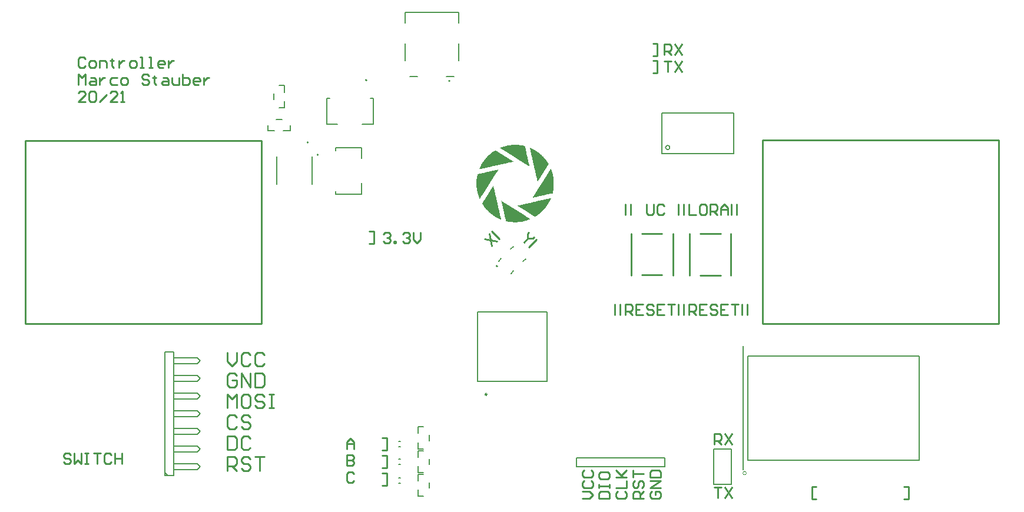
<source format=gto>
G04*
G04 #@! TF.GenerationSoftware,Altium Limited,Altium NEXUS,2.1.9 (83)*
G04*
G04 Layer_Color=65535*
%FSLAX44Y44*%
%MOMM*%
G71*
G01*
G75*
%ADD10C,0.2500*%
%ADD11C,0.2000*%
%ADD12C,0.0000*%
%ADD13C,0.1524*%
%ADD14C,0.1600*%
%ADD15C,0.1270*%
%ADD16C,0.2540*%
G36*
X760692Y515051D02*
X762949D01*
Y514729D01*
X764883D01*
Y514407D01*
X766173D01*
Y514084D01*
X767785D01*
Y513762D01*
X768430D01*
Y513439D01*
Y513117D01*
X768752D01*
Y512794D01*
Y512472D01*
Y512150D01*
Y511827D01*
Y511505D01*
X769075D01*
Y511182D01*
Y510860D01*
Y510537D01*
Y510215D01*
X769397D01*
Y509893D01*
Y509570D01*
Y509248D01*
Y508925D01*
Y508603D01*
X769720D01*
Y508280D01*
Y507958D01*
Y507636D01*
Y507313D01*
X770042D01*
Y506991D01*
Y506668D01*
Y506346D01*
Y506023D01*
X770364D01*
Y505701D01*
Y505378D01*
Y505056D01*
Y504734D01*
Y504411D01*
X770687D01*
Y504089D01*
Y503766D01*
Y503444D01*
Y503121D01*
X771009D01*
Y502799D01*
Y502477D01*
Y502154D01*
Y501832D01*
Y501509D01*
X771332D01*
Y501187D01*
Y500864D01*
Y500542D01*
Y500220D01*
X771654D01*
Y499897D01*
Y499575D01*
Y499252D01*
Y498930D01*
X771977D01*
Y498607D01*
Y498285D01*
Y497963D01*
Y497640D01*
X772299D01*
Y497318D01*
Y496995D01*
Y496673D01*
Y496351D01*
Y496028D01*
X772622D01*
Y495706D01*
Y495383D01*
Y495061D01*
Y494738D01*
X772944D01*
Y494416D01*
Y494094D01*
Y493771D01*
Y493449D01*
X773266D01*
Y493126D01*
Y492804D01*
Y492481D01*
Y492159D01*
Y491837D01*
X773589D01*
Y491514D01*
Y491192D01*
Y490869D01*
Y490547D01*
X773911D01*
Y490224D01*
Y489902D01*
Y489580D01*
Y489257D01*
Y488935D01*
X774234D01*
Y488612D01*
Y488290D01*
Y487967D01*
Y487645D01*
X774556D01*
Y487323D01*
Y487000D01*
Y486678D01*
Y486355D01*
X774878D01*
Y486033D01*
Y485710D01*
Y485388D01*
Y485065D01*
X775201D01*
Y484743D01*
Y484421D01*
X774556D01*
Y484743D01*
X774234D01*
Y485065D01*
X773589D01*
Y485388D01*
X772944D01*
Y485710D01*
X772622D01*
Y486033D01*
X771977D01*
Y486355D01*
X771654D01*
Y486678D01*
X771009D01*
Y487000D01*
X770687D01*
Y487323D01*
X770042D01*
Y487645D01*
X769397D01*
Y487967D01*
X769075D01*
Y488290D01*
X768430D01*
Y488612D01*
X768108D01*
Y488935D01*
X767463D01*
Y489257D01*
X766818D01*
Y489580D01*
X766495D01*
Y489902D01*
X765850D01*
Y490224D01*
X765528D01*
Y490547D01*
X764883D01*
Y490869D01*
X764561D01*
Y491192D01*
X763916D01*
Y491514D01*
X763271D01*
Y491837D01*
X762949D01*
Y492159D01*
X762304D01*
Y492481D01*
X761981D01*
Y492804D01*
X761336D01*
Y493126D01*
X760692D01*
Y493449D01*
X760369D01*
Y493771D01*
X759724D01*
Y494094D01*
X759079D01*
Y494416D01*
X758757D01*
Y494738D01*
X758112D01*
Y495061D01*
X757790D01*
Y495383D01*
X757145D01*
Y495706D01*
X756822D01*
Y496028D01*
X756178D01*
Y496351D01*
X755533D01*
Y496673D01*
X755210D01*
Y496995D01*
X754565D01*
Y497318D01*
X754243D01*
Y497640D01*
X753598D01*
Y497963D01*
X752953D01*
Y498285D01*
X752631D01*
Y498607D01*
X751986D01*
Y498930D01*
X751664D01*
Y499252D01*
X751019D01*
Y499575D01*
X750696D01*
Y499897D01*
X750051D01*
Y500220D01*
X749407D01*
Y500542D01*
X749084D01*
Y500864D01*
X748439D01*
Y501187D01*
X748117D01*
Y501509D01*
X747472D01*
Y501832D01*
X746827D01*
Y502154D01*
X746505D01*
Y502477D01*
X745860D01*
Y502799D01*
X745537D01*
Y503121D01*
X744893D01*
Y503444D01*
X744248D01*
Y503766D01*
X743925D01*
Y504089D01*
X743280D01*
Y504411D01*
X742635D01*
Y504734D01*
X742313D01*
Y505056D01*
X741668D01*
Y505378D01*
X741346D01*
Y505701D01*
X740701D01*
Y506023D01*
X740378D01*
Y506346D01*
X739734D01*
Y506668D01*
X739089D01*
Y506991D01*
X738766D01*
Y507313D01*
X738121D01*
Y507636D01*
X737799D01*
Y507958D01*
X737154D01*
Y508280D01*
X736832D01*
Y508603D01*
X736187D01*
Y508925D01*
X735542D01*
Y509248D01*
X735220D01*
Y509570D01*
X734575D01*
Y509893D01*
X734252D01*
Y510215D01*
X733607D01*
Y510537D01*
X732963D01*
Y510860D01*
X732640D01*
Y511182D01*
X733285D01*
Y511505D01*
X734252D01*
Y511827D01*
X734897D01*
Y512150D01*
X735864D01*
Y512472D01*
X736832D01*
Y512794D01*
X737799D01*
Y513117D01*
X738766D01*
Y513439D01*
X740056D01*
Y513762D01*
X741346D01*
Y514084D01*
X742635D01*
Y514407D01*
X744248D01*
Y514729D01*
X746182D01*
Y515051D01*
X748439D01*
Y515374D01*
X760692D01*
Y515051D01*
D02*
G37*
G36*
X726191Y507313D02*
X726836D01*
Y506991D01*
X727159D01*
Y506668D01*
X727804D01*
Y506346D01*
X728449D01*
Y506023D01*
X728771D01*
Y505701D01*
X729416D01*
Y505378D01*
X730061D01*
Y505056D01*
X730383D01*
Y504734D01*
X731028D01*
Y504411D01*
X731350D01*
Y504089D01*
X731995D01*
Y503766D01*
X732640D01*
Y503444D01*
X732963D01*
Y503121D01*
X733607D01*
Y502799D01*
X733930D01*
Y502477D01*
X734575D01*
Y502154D01*
X734897D01*
Y501832D01*
X735542D01*
Y501509D01*
X736187D01*
Y501187D01*
X736509D01*
Y500864D01*
X737154D01*
Y500542D01*
X737477D01*
Y500220D01*
X738121D01*
Y499897D01*
X738766D01*
Y499575D01*
X739089D01*
Y499252D01*
X739734D01*
Y498930D01*
X740378D01*
Y498607D01*
X740701D01*
Y498285D01*
X741346D01*
Y497963D01*
X741668D01*
Y497640D01*
X742313D01*
Y497318D01*
X742958D01*
Y496995D01*
X743280D01*
Y496673D01*
X743925D01*
Y496351D01*
X744248D01*
Y496028D01*
X744893D01*
Y495706D01*
X745537D01*
Y495383D01*
X745860D01*
Y495061D01*
X746505D01*
Y494738D01*
X746827D01*
Y494416D01*
X747472D01*
Y494094D01*
X747794D01*
Y493771D01*
X748439D01*
Y493449D01*
X749084D01*
Y493126D01*
X749407D01*
Y492804D01*
X750051D01*
Y492481D01*
X750374D01*
Y492159D01*
X751019D01*
Y491837D01*
X751664D01*
Y491514D01*
X751986D01*
Y491192D01*
X750374D01*
Y490869D01*
X749084D01*
Y490547D01*
X747472D01*
Y490224D01*
X746182D01*
Y489902D01*
X744570D01*
Y489580D01*
X743603D01*
Y489257D01*
X741991D01*
Y488935D01*
X740378D01*
Y488612D01*
X739089D01*
Y488290D01*
X737477D01*
Y487967D01*
X736187D01*
Y487645D01*
X734575D01*
Y487323D01*
X733285D01*
Y487000D01*
X731673D01*
Y486678D01*
X730383D01*
Y486355D01*
X729093D01*
Y486033D01*
X727481D01*
Y485710D01*
X726191D01*
Y485388D01*
X724579D01*
Y485065D01*
X723290D01*
Y484743D01*
X721677D01*
Y484421D01*
X720388D01*
Y484098D01*
X718776D01*
Y483776D01*
X717486D01*
Y483453D01*
X715874D01*
Y483131D01*
X714584D01*
Y482808D01*
X713294D01*
Y482486D01*
X711682D01*
Y482164D01*
X710393D01*
Y481841D01*
X708780D01*
Y481519D01*
X707491D01*
Y481196D01*
X705878D01*
Y480874D01*
X704589D01*
Y480551D01*
X703299D01*
Y480229D01*
X702654D01*
Y480551D01*
X702977D01*
Y480874D01*
Y481196D01*
X703299D01*
Y481519D01*
Y481841D01*
Y482164D01*
X703622D01*
Y482486D01*
Y482808D01*
X703944D01*
Y483131D01*
Y483453D01*
X704266D01*
Y483776D01*
Y484098D01*
X704589D01*
Y484421D01*
Y484743D01*
X704911D01*
Y485065D01*
Y485388D01*
X705234D01*
Y485710D01*
Y486033D01*
X705556D01*
Y486355D01*
Y486678D01*
X705878D01*
Y487000D01*
Y487323D01*
X706201D01*
Y487645D01*
Y487967D01*
X706523D01*
Y488290D01*
X706846D01*
Y488612D01*
Y488935D01*
X707168D01*
Y489257D01*
X707491D01*
Y489580D01*
Y489902D01*
X707813D01*
Y490224D01*
Y490547D01*
X708135D01*
Y490869D01*
X708458D01*
Y491192D01*
Y491514D01*
X708780D01*
Y491837D01*
X709103D01*
Y492159D01*
X709425D01*
Y492481D01*
Y492804D01*
X709748D01*
Y493126D01*
X710070D01*
Y493449D01*
X710393D01*
Y493771D01*
Y494094D01*
X710715D01*
Y494416D01*
X711037D01*
Y494738D01*
X711360D01*
Y495061D01*
Y495383D01*
X711682D01*
Y495706D01*
X712005D01*
Y496028D01*
X712327D01*
Y496351D01*
X712650D01*
Y496673D01*
X712972D01*
Y496995D01*
X713294D01*
Y497318D01*
X713617D01*
Y497640D01*
Y497963D01*
X713939D01*
Y498285D01*
X714262D01*
Y498607D01*
X714584D01*
Y498930D01*
X714906D01*
Y499252D01*
X715229D01*
Y499575D01*
X715551D01*
Y499897D01*
X715874D01*
Y500220D01*
X716196D01*
Y500542D01*
X716519D01*
Y500864D01*
X717163D01*
Y501187D01*
X717486D01*
Y501509D01*
X717808D01*
Y501832D01*
X718131D01*
Y502154D01*
X718453D01*
Y502477D01*
X718776D01*
Y502799D01*
X719098D01*
Y503121D01*
X719743D01*
Y503444D01*
X720065D01*
Y503766D01*
X720388D01*
Y504089D01*
X721033D01*
Y504411D01*
X721355D01*
Y504734D01*
X721677D01*
Y505056D01*
X722322D01*
Y505378D01*
X722645D01*
Y505701D01*
X722967D01*
Y506023D01*
X723612D01*
Y506346D01*
X724257D01*
Y506668D01*
X724579D01*
Y506991D01*
X725224D01*
Y507313D01*
X725547D01*
Y507636D01*
X726191D01*
Y507313D01*
D02*
G37*
G36*
X775846Y511182D02*
X776491D01*
Y510860D01*
X777135D01*
Y510537D01*
X777780D01*
Y510215D01*
X778425D01*
Y509893D01*
X779070D01*
Y509570D01*
X779715D01*
Y509248D01*
X780360D01*
Y508925D01*
X781005D01*
Y508603D01*
X781649D01*
Y508280D01*
X782294D01*
Y507958D01*
X782617D01*
Y507636D01*
X783262D01*
Y507313D01*
X783906D01*
Y506991D01*
X784229D01*
Y506668D01*
X784874D01*
Y506346D01*
X785196D01*
Y506023D01*
X785841D01*
Y505701D01*
X786163D01*
Y505378D01*
X786808D01*
Y505056D01*
X787131D01*
Y504734D01*
X787776D01*
Y504411D01*
X788098D01*
Y504089D01*
X788420D01*
Y503766D01*
X789065D01*
Y503444D01*
X789388D01*
Y503121D01*
X789710D01*
Y502799D01*
X790033D01*
Y502477D01*
X790678D01*
Y502154D01*
X791000D01*
Y501832D01*
X791322D01*
Y501509D01*
X791645D01*
Y501187D01*
X791967D01*
Y500864D01*
X792290D01*
Y500542D01*
X792612D01*
Y500220D01*
X792935D01*
Y499897D01*
X793257D01*
Y499575D01*
X793579D01*
Y499252D01*
X793902D01*
Y498930D01*
X794224D01*
Y498607D01*
X794547D01*
Y498285D01*
X794869D01*
Y497963D01*
X795192D01*
Y497640D01*
X795514D01*
Y497318D01*
X795836D01*
Y496995D01*
X796159D01*
Y496673D01*
X796481D01*
Y496351D01*
X796804D01*
Y496028D01*
X797126D01*
Y495706D01*
Y495383D01*
X797449D01*
Y495061D01*
X797771D01*
Y494738D01*
X798093D01*
Y494416D01*
X798416D01*
Y494094D01*
Y493771D01*
X798738D01*
Y493449D01*
X799061D01*
Y493126D01*
X799383D01*
Y492804D01*
Y492481D01*
X799706D01*
Y492159D01*
X800028D01*
Y491837D01*
Y491514D01*
X800350D01*
Y491192D01*
X800673D01*
Y490869D01*
X800995D01*
Y490547D01*
Y490224D01*
X801318D01*
Y489902D01*
Y489580D01*
X801640D01*
Y489257D01*
X801963D01*
Y488935D01*
Y488612D01*
X802285D01*
Y488290D01*
X802607D01*
Y487967D01*
Y487645D01*
X802285D01*
Y487323D01*
X801963D01*
Y487000D01*
Y486678D01*
X801640D01*
Y486355D01*
X801318D01*
Y486033D01*
Y485710D01*
X800995D01*
Y485388D01*
Y485065D01*
X800673D01*
Y484743D01*
X800350D01*
Y484421D01*
Y484098D01*
X800028D01*
Y483776D01*
X799706D01*
Y483453D01*
Y483131D01*
X799383D01*
Y482808D01*
Y482486D01*
X799061D01*
Y482164D01*
X798738D01*
Y481841D01*
Y481519D01*
X798416D01*
Y481196D01*
X798093D01*
Y480874D01*
Y480551D01*
X797771D01*
Y480229D01*
Y479907D01*
X797449D01*
Y479584D01*
X797126D01*
Y479262D01*
Y478939D01*
X796804D01*
Y478617D01*
X796481D01*
Y478294D01*
Y477972D01*
X796159D01*
Y477650D01*
Y477327D01*
X795836D01*
Y477005D01*
X795514D01*
Y476682D01*
Y476360D01*
X795192D01*
Y476037D01*
X794869D01*
Y475715D01*
Y475392D01*
X794547D01*
Y475070D01*
X794224D01*
Y474748D01*
Y474425D01*
X793902D01*
Y474103D01*
Y473780D01*
X793579D01*
Y473458D01*
X793257D01*
Y473136D01*
Y472813D01*
X792935D01*
Y472491D01*
X792612D01*
Y472168D01*
Y471846D01*
X792290D01*
Y471523D01*
Y471201D01*
X791967D01*
Y470878D01*
X791645D01*
Y470556D01*
Y470234D01*
X791322D01*
Y469911D01*
Y469589D01*
X791000D01*
Y469266D01*
X790678D01*
Y468944D01*
Y468621D01*
X790355D01*
Y468299D01*
X790033D01*
Y467977D01*
Y467654D01*
X789710D01*
Y467332D01*
Y467009D01*
X789388D01*
Y466687D01*
X789065D01*
Y466365D01*
Y466042D01*
X788743D01*
Y465720D01*
X788420D01*
Y465397D01*
Y465075D01*
X788098D01*
Y464752D01*
X787776D01*
Y464430D01*
Y464108D01*
X787453D01*
Y463785D01*
Y463463D01*
X787131D01*
Y463140D01*
X786808D01*
Y462818D01*
Y462495D01*
X786486D01*
Y462818D01*
Y463140D01*
Y463463D01*
Y463785D01*
X786163D01*
Y464108D01*
Y464430D01*
Y464752D01*
Y465075D01*
X785841D01*
Y465397D01*
Y465720D01*
Y466042D01*
Y466365D01*
Y466687D01*
X785519D01*
Y467009D01*
Y467332D01*
Y467654D01*
Y467977D01*
X785196D01*
Y468299D01*
Y468621D01*
Y468944D01*
Y469266D01*
Y469589D01*
X784874D01*
Y469911D01*
Y470234D01*
Y470556D01*
Y470878D01*
X784551D01*
Y471201D01*
Y471523D01*
Y471846D01*
Y472168D01*
X784229D01*
Y472491D01*
Y472813D01*
Y473136D01*
Y473458D01*
X783906D01*
Y473780D01*
Y474103D01*
Y474425D01*
Y474748D01*
Y475070D01*
X783584D01*
Y475392D01*
Y475715D01*
Y476037D01*
Y476360D01*
Y476682D01*
X783262D01*
Y477005D01*
Y477327D01*
Y477650D01*
Y477972D01*
X782939D01*
Y478294D01*
Y478617D01*
Y478939D01*
Y479262D01*
X782617D01*
Y479584D01*
Y479907D01*
Y480229D01*
Y480551D01*
X782294D01*
Y480874D01*
Y481196D01*
Y481519D01*
Y481841D01*
Y482164D01*
X781972D01*
Y482486D01*
Y482808D01*
Y483131D01*
Y483453D01*
X781649D01*
Y483776D01*
Y484098D01*
Y484421D01*
Y484743D01*
Y485065D01*
X781327D01*
Y485388D01*
Y485710D01*
Y486033D01*
Y486355D01*
X781005D01*
Y486678D01*
Y487000D01*
Y487323D01*
Y487645D01*
X780682D01*
Y487967D01*
Y488290D01*
Y488612D01*
Y488935D01*
Y489257D01*
X780360D01*
Y489580D01*
Y489902D01*
Y490224D01*
Y490547D01*
X780037D01*
Y490869D01*
Y491192D01*
Y491514D01*
Y491837D01*
Y492159D01*
X779715D01*
Y492481D01*
Y492804D01*
Y493126D01*
Y493449D01*
X779392D01*
Y493771D01*
Y494094D01*
Y494416D01*
Y494738D01*
X779070D01*
Y495061D01*
Y495383D01*
Y495706D01*
Y496028D01*
X778748D01*
Y496351D01*
Y496673D01*
Y496995D01*
Y497318D01*
Y497640D01*
X778425D01*
Y497963D01*
Y498285D01*
Y498607D01*
Y498930D01*
X778103D01*
Y499252D01*
Y499575D01*
Y499897D01*
Y500220D01*
Y500542D01*
X777780D01*
Y500864D01*
Y501187D01*
Y501509D01*
Y501832D01*
X777458D01*
Y502154D01*
Y502477D01*
Y502799D01*
Y503121D01*
X777135D01*
Y503444D01*
Y503766D01*
Y504089D01*
Y504411D01*
Y504734D01*
X776813D01*
Y505056D01*
Y505378D01*
Y505701D01*
Y506023D01*
X776491D01*
Y506346D01*
Y506668D01*
Y506991D01*
Y507313D01*
Y507636D01*
X776168D01*
Y507958D01*
Y508280D01*
Y508603D01*
Y508925D01*
X775846D01*
Y509248D01*
Y509570D01*
Y509893D01*
Y510215D01*
X775523D01*
Y510537D01*
Y510860D01*
Y511182D01*
Y511505D01*
X775846D01*
Y511182D01*
D02*
G37*
G36*
X806154Y480874D02*
Y480551D01*
Y480229D01*
X806477D01*
Y479907D01*
Y479584D01*
Y479262D01*
X806799D01*
Y478939D01*
Y478617D01*
X807122D01*
Y478294D01*
Y477972D01*
Y477650D01*
X807444D01*
Y477327D01*
Y477005D01*
Y476682D01*
Y476360D01*
X807766D01*
Y476037D01*
Y475715D01*
Y475392D01*
X808089D01*
Y475070D01*
Y474748D01*
Y474425D01*
Y474103D01*
X808411D01*
Y473780D01*
Y473458D01*
Y473136D01*
X808734D01*
Y472813D01*
Y472491D01*
Y472168D01*
Y471846D01*
Y471523D01*
X809056D01*
Y471201D01*
Y470878D01*
Y470556D01*
Y470234D01*
X809379D01*
Y469911D01*
Y469589D01*
Y469266D01*
Y468944D01*
Y468621D01*
Y468299D01*
Y467977D01*
X809701D01*
Y467654D01*
Y467332D01*
Y467009D01*
Y466687D01*
Y466365D01*
Y466042D01*
Y465720D01*
X810023D01*
Y465397D01*
Y465075D01*
Y464752D01*
Y464430D01*
Y464108D01*
Y463785D01*
Y463463D01*
Y463140D01*
Y462818D01*
Y462495D01*
Y462173D01*
Y461851D01*
Y461528D01*
Y461206D01*
Y460883D01*
Y460561D01*
Y460238D01*
Y459916D01*
Y459594D01*
Y459271D01*
Y458949D01*
Y458626D01*
Y458304D01*
Y457981D01*
Y457659D01*
Y457337D01*
Y457014D01*
Y456692D01*
Y456369D01*
Y456047D01*
Y455724D01*
Y455402D01*
Y455079D01*
Y454757D01*
Y454435D01*
Y454112D01*
Y453790D01*
X809701D01*
Y453467D01*
Y453145D01*
Y452822D01*
Y452500D01*
Y452178D01*
Y451855D01*
Y451533D01*
X809379D01*
Y451210D01*
Y450888D01*
Y450565D01*
Y450243D01*
Y449921D01*
Y449598D01*
X809056D01*
Y449276D01*
Y448953D01*
Y448631D01*
Y448308D01*
Y447986D01*
X808734D01*
Y447664D01*
Y447341D01*
Y447019D01*
Y446696D01*
X808411D01*
Y446374D01*
Y446051D01*
Y445729D01*
X806799D01*
Y445407D01*
X805187D01*
Y445084D01*
X803897D01*
Y444762D01*
X802285D01*
Y444439D01*
X800995D01*
Y444117D01*
X799706D01*
Y443794D01*
X798416D01*
Y443472D01*
X796804D01*
Y443150D01*
X795514D01*
Y442827D01*
X794224D01*
Y442505D01*
X792612D01*
Y442182D01*
X791322D01*
Y441860D01*
X789710D01*
Y441537D01*
X788420D01*
Y441215D01*
X787131D01*
Y440892D01*
X785841D01*
Y440570D01*
X784229D01*
Y440248D01*
X782939D01*
Y439925D01*
X781327D01*
Y439603D01*
X780037D01*
Y439280D01*
X779392D01*
Y439603D01*
X779715D01*
Y439925D01*
X780037D01*
Y440248D01*
Y440570D01*
X780360D01*
Y440892D01*
X780682D01*
Y441215D01*
Y441537D01*
X781005D01*
Y441860D01*
X781327D01*
Y442182D01*
Y442505D01*
X781649D01*
Y442827D01*
Y443150D01*
X781972D01*
Y443472D01*
X782294D01*
Y443794D01*
Y444117D01*
X782617D01*
Y444439D01*
X782939D01*
Y444762D01*
Y445084D01*
X783262D01*
Y445407D01*
X783584D01*
Y445729D01*
Y446051D01*
X783906D01*
Y446374D01*
Y446696D01*
X784229D01*
Y447019D01*
X784551D01*
Y447341D01*
Y447664D01*
X784874D01*
Y447986D01*
X785196D01*
Y448308D01*
Y448631D01*
X785519D01*
Y448953D01*
Y449276D01*
X785841D01*
Y449598D01*
X786163D01*
Y449921D01*
Y450243D01*
X786486D01*
Y450565D01*
X786808D01*
Y450888D01*
Y451210D01*
X787131D01*
Y451533D01*
Y451855D01*
X787453D01*
Y452178D01*
X787776D01*
Y452500D01*
Y452822D01*
X788098D01*
Y453145D01*
X788420D01*
Y453467D01*
Y453790D01*
X788743D01*
Y454112D01*
Y454435D01*
X789065D01*
Y454757D01*
X789388D01*
Y455079D01*
Y455402D01*
X789710D01*
Y455724D01*
X790033D01*
Y456047D01*
Y456369D01*
X790355D01*
Y456692D01*
Y457014D01*
X790678D01*
Y457337D01*
X791000D01*
Y457659D01*
Y457981D01*
X791322D01*
Y458304D01*
X791645D01*
Y458626D01*
Y458949D01*
X791967D01*
Y459271D01*
Y459594D01*
X792290D01*
Y459916D01*
X792612D01*
Y460238D01*
Y460561D01*
X792935D01*
Y460883D01*
X793257D01*
Y461206D01*
Y461528D01*
X793579D01*
Y461851D01*
X793902D01*
Y462173D01*
Y462495D01*
X794224D01*
Y462818D01*
Y463140D01*
X794547D01*
Y463463D01*
X794869D01*
Y463785D01*
Y464108D01*
X795192D01*
Y464430D01*
X795514D01*
Y464752D01*
Y465075D01*
X795836D01*
Y465397D01*
Y465720D01*
X796159D01*
Y466042D01*
X796481D01*
Y466365D01*
Y466687D01*
X796804D01*
Y467009D01*
X797126D01*
Y467332D01*
Y467654D01*
X797449D01*
Y467977D01*
Y468299D01*
X797771D01*
Y468621D01*
X798093D01*
Y468944D01*
Y469266D01*
X798416D01*
Y469589D01*
X798738D01*
Y469911D01*
Y470234D01*
X799061D01*
Y470556D01*
Y470878D01*
X799383D01*
Y471201D01*
X799706D01*
Y471523D01*
Y471846D01*
X800028D01*
Y472168D01*
X800350D01*
Y472491D01*
Y472813D01*
X800673D01*
Y473136D01*
Y473458D01*
X800995D01*
Y473780D01*
X801318D01*
Y474103D01*
Y474425D01*
X801640D01*
Y474748D01*
X801963D01*
Y475070D01*
Y475392D01*
X802285D01*
Y475715D01*
X802607D01*
Y476037D01*
Y476360D01*
X802930D01*
Y476682D01*
Y477005D01*
X803252D01*
Y477327D01*
X803575D01*
Y477650D01*
Y477972D01*
X803897D01*
Y478294D01*
X804220D01*
Y478617D01*
Y478939D01*
X804542D01*
Y479262D01*
Y479584D01*
X804865D01*
Y479907D01*
X805187D01*
Y480229D01*
Y480551D01*
X805509D01*
Y480874D01*
Y481196D01*
X806154D01*
Y480874D01*
D02*
G37*
G36*
X730383Y479907D02*
Y479584D01*
X730061D01*
Y479262D01*
X729738D01*
Y478939D01*
Y478617D01*
X729416D01*
Y478294D01*
X729093D01*
Y477972D01*
Y477650D01*
X728771D01*
Y477327D01*
Y477005D01*
X728449D01*
Y476682D01*
X728126D01*
Y476360D01*
Y476037D01*
X727804D01*
Y475715D01*
X727481D01*
Y475392D01*
Y475070D01*
X727159D01*
Y474748D01*
X726836D01*
Y474425D01*
Y474103D01*
X726514D01*
Y473780D01*
Y473458D01*
X726191D01*
Y473136D01*
X725869D01*
Y472813D01*
Y472491D01*
X725547D01*
Y472168D01*
X725224D01*
Y471846D01*
Y471523D01*
X724902D01*
Y471201D01*
Y470878D01*
X724579D01*
Y470556D01*
X724257D01*
Y470234D01*
Y469911D01*
X723934D01*
Y469589D01*
X723612D01*
Y469266D01*
Y468944D01*
X723290D01*
Y468621D01*
Y468299D01*
X722967D01*
Y467977D01*
X722645D01*
Y467654D01*
Y467332D01*
X722322D01*
Y467009D01*
X722000D01*
Y466687D01*
Y466365D01*
X721677D01*
Y466042D01*
Y465720D01*
X721355D01*
Y465397D01*
X721033D01*
Y465075D01*
Y464752D01*
X720710D01*
Y464430D01*
X720388D01*
Y464108D01*
Y463785D01*
X720065D01*
Y463463D01*
X719743D01*
Y463140D01*
Y462818D01*
X719420D01*
Y462495D01*
Y462173D01*
X719098D01*
Y461851D01*
X718776D01*
Y461528D01*
Y461206D01*
X718453D01*
Y460883D01*
X718131D01*
Y460561D01*
Y460238D01*
X717808D01*
Y459916D01*
X717486D01*
Y459594D01*
Y459271D01*
X717163D01*
Y458949D01*
Y458626D01*
X716841D01*
Y458304D01*
X716519D01*
Y457981D01*
Y457659D01*
X716196D01*
Y457337D01*
X715874D01*
Y457014D01*
Y456692D01*
X715551D01*
Y456369D01*
X715229D01*
Y456047D01*
Y455724D01*
X714906D01*
Y455402D01*
Y455079D01*
X714584D01*
Y454757D01*
X714262D01*
Y454435D01*
Y454112D01*
X713939D01*
Y453790D01*
X713617D01*
Y453467D01*
Y453145D01*
X713294D01*
Y452822D01*
X712972D01*
Y452500D01*
Y452178D01*
X712650D01*
Y451855D01*
Y451533D01*
X712327D01*
Y451210D01*
X712005D01*
Y450888D01*
Y450565D01*
X711682D01*
Y450243D01*
Y449921D01*
X711360D01*
Y449598D01*
X711037D01*
Y449276D01*
Y448953D01*
X710715D01*
Y448631D01*
X710393D01*
Y448308D01*
Y447986D01*
X710070D01*
Y447664D01*
X709748D01*
Y447341D01*
Y447019D01*
X709425D01*
Y446696D01*
Y446374D01*
X709103D01*
Y446051D01*
X708780D01*
Y445729D01*
Y445407D01*
X708458D01*
Y445084D01*
X708135D01*
Y444762D01*
Y444439D01*
X707813D01*
Y444117D01*
Y443794D01*
X707491D01*
Y443472D01*
X707168D01*
Y443150D01*
Y442827D01*
X706846D01*
Y442505D01*
X706523D01*
Y442182D01*
Y441860D01*
X706201D01*
Y441537D01*
X705878D01*
Y441215D01*
Y440892D01*
X705556D01*
Y440570D01*
Y440248D01*
X705234D01*
Y439925D01*
X704911D01*
Y439603D01*
Y439280D01*
X704589D01*
Y438958D01*
X704266D01*
Y438635D01*
Y438313D01*
X703944D01*
Y437991D01*
X703622D01*
Y437668D01*
X703299D01*
Y437991D01*
Y438313D01*
X702977D01*
Y438635D01*
Y438958D01*
Y439280D01*
X702654D01*
Y439603D01*
Y439925D01*
X702332D01*
Y440248D01*
Y440570D01*
Y440892D01*
X702009D01*
Y441215D01*
Y441537D01*
Y441860D01*
X701687D01*
Y442182D01*
Y442505D01*
Y442827D01*
X701364D01*
Y443150D01*
Y443472D01*
Y443794D01*
X701042D01*
Y444117D01*
Y444439D01*
Y444762D01*
Y445084D01*
X700720D01*
Y445407D01*
Y445729D01*
Y446051D01*
X700397D01*
Y446374D01*
Y446696D01*
Y447019D01*
Y447341D01*
Y447664D01*
X700075D01*
Y447986D01*
Y448308D01*
Y448631D01*
Y448953D01*
X699752D01*
Y449276D01*
Y449598D01*
Y449921D01*
Y450243D01*
Y450565D01*
Y450888D01*
X699430D01*
Y451210D01*
Y451533D01*
Y451855D01*
Y452178D01*
Y452500D01*
Y452822D01*
Y453145D01*
Y453467D01*
X699107D01*
Y453790D01*
Y454112D01*
Y454435D01*
Y454757D01*
Y455079D01*
Y455402D01*
Y455724D01*
Y456047D01*
Y456369D01*
Y456692D01*
X698785D01*
Y457014D01*
Y457337D01*
Y457659D01*
Y457981D01*
Y458304D01*
Y458626D01*
Y458949D01*
Y459271D01*
Y459594D01*
Y459916D01*
Y460238D01*
Y460561D01*
Y460883D01*
Y461206D01*
Y461528D01*
Y461851D01*
Y462173D01*
Y462495D01*
Y462818D01*
Y463140D01*
X699107D01*
Y463463D01*
Y463785D01*
Y464108D01*
Y464430D01*
Y464752D01*
Y465075D01*
Y465397D01*
Y465720D01*
Y466042D01*
Y466365D01*
X699430D01*
Y466687D01*
Y467009D01*
Y467332D01*
Y467654D01*
Y467977D01*
Y468299D01*
Y468621D01*
Y468944D01*
X699752D01*
Y469266D01*
Y469589D01*
Y469911D01*
Y470234D01*
Y470556D01*
Y470878D01*
X700075D01*
Y471201D01*
Y471523D01*
Y471846D01*
Y472168D01*
X700397D01*
Y472491D01*
Y472813D01*
Y473136D01*
Y473458D01*
X702009D01*
Y473780D01*
X703299D01*
Y474103D01*
X704911D01*
Y474425D01*
X706201D01*
Y474748D01*
X707813D01*
Y475070D01*
X709103D01*
Y475392D01*
X710393D01*
Y475715D01*
X712005D01*
Y476037D01*
X713294D01*
Y476360D01*
X714906D01*
Y476682D01*
X715874D01*
Y477005D01*
X717486D01*
Y477327D01*
X718776D01*
Y477650D01*
X720388D01*
Y477972D01*
X721677D01*
Y478294D01*
X722967D01*
Y478617D01*
X724579D01*
Y478939D01*
X725869D01*
Y479262D01*
X727481D01*
Y479584D01*
X728771D01*
Y479907D01*
X730061D01*
Y480229D01*
X730383D01*
Y479907D01*
D02*
G37*
G36*
X806154Y438635D02*
X805832D01*
Y438313D01*
Y437991D01*
X805509D01*
Y437668D01*
Y437346D01*
X805187D01*
Y437023D01*
Y436701D01*
Y436379D01*
X804865D01*
Y436056D01*
Y435734D01*
X804542D01*
Y435411D01*
Y435089D01*
X804220D01*
Y434766D01*
Y434444D01*
X803897D01*
Y434122D01*
Y433799D01*
X803575D01*
Y433477D01*
Y433154D01*
X803252D01*
Y432832D01*
X802930D01*
Y432509D01*
Y432187D01*
X802607D01*
Y431865D01*
Y431542D01*
X802285D01*
Y431220D01*
Y430897D01*
X801963D01*
Y430575D01*
X801640D01*
Y430252D01*
Y429930D01*
X801318D01*
Y429608D01*
X800995D01*
Y429285D01*
Y428963D01*
X800673D01*
Y428640D01*
X800350D01*
Y428318D01*
Y427995D01*
X800028D01*
Y427673D01*
X799706D01*
Y427351D01*
Y427028D01*
X799383D01*
Y426706D01*
X799061D01*
Y426383D01*
X798738D01*
Y426061D01*
Y425738D01*
X798416D01*
Y425416D01*
X798093D01*
Y425093D01*
X797771D01*
Y424771D01*
X797449D01*
Y424449D01*
Y424126D01*
X797126D01*
Y423804D01*
X796804D01*
Y423481D01*
X796481D01*
Y423159D01*
X796159D01*
Y422836D01*
X795836D01*
Y422514D01*
X795514D01*
Y422192D01*
Y421869D01*
X794869D01*
Y421547D01*
Y421224D01*
X794547D01*
Y420902D01*
X794224D01*
Y420579D01*
X793902D01*
Y420257D01*
X793579D01*
Y419935D01*
X793257D01*
Y419612D01*
X792935D01*
Y419290D01*
X792612D01*
Y418967D01*
X791967D01*
Y418645D01*
X791645D01*
Y418322D01*
X791322D01*
Y418000D01*
X791000D01*
Y417678D01*
X790678D01*
Y417355D01*
X790355D01*
Y417033D01*
X790033D01*
Y416710D01*
X789388D01*
Y416388D01*
X789065D01*
Y416065D01*
X788743D01*
Y415743D01*
X788098D01*
Y415421D01*
X787776D01*
Y415098D01*
X787453D01*
Y414776D01*
X786808D01*
Y414453D01*
X786486D01*
Y414131D01*
X786163D01*
Y413808D01*
X785519D01*
Y413486D01*
X785196D01*
Y413163D01*
X784551D01*
Y412841D01*
X783906D01*
Y412519D01*
X783584D01*
Y412196D01*
X782617D01*
Y412519D01*
X781972D01*
Y412841D01*
X781649D01*
Y413163D01*
X781005D01*
Y413486D01*
X780360D01*
Y413808D01*
X780037D01*
Y414131D01*
X779392D01*
Y414453D01*
X779070D01*
Y414776D01*
X778425D01*
Y415098D01*
X777780D01*
Y415421D01*
X777458D01*
Y415743D01*
X776813D01*
Y416065D01*
X776491D01*
Y416388D01*
X775846D01*
Y416710D01*
X775201D01*
Y417033D01*
X774878D01*
Y417355D01*
X774234D01*
Y417678D01*
X773911D01*
Y418000D01*
X773266D01*
Y418322D01*
X772944D01*
Y418645D01*
X772299D01*
Y418967D01*
X771654D01*
Y419290D01*
X771332D01*
Y419612D01*
X770687D01*
Y419935D01*
X770042D01*
Y420257D01*
X769720D01*
Y420579D01*
X769075D01*
Y420902D01*
X768752D01*
Y421224D01*
X768108D01*
Y421547D01*
X767463D01*
Y421869D01*
X767140D01*
Y422192D01*
X766495D01*
Y422514D01*
X766173D01*
Y422836D01*
X765528D01*
Y423159D01*
X764883D01*
Y423481D01*
X764561D01*
Y423804D01*
X763916D01*
Y424126D01*
X763593D01*
Y424449D01*
X762949D01*
Y424771D01*
X762304D01*
Y425093D01*
X761981D01*
Y425416D01*
X761336D01*
Y425738D01*
X761014D01*
Y426061D01*
X760369D01*
Y426383D01*
X760047D01*
Y426706D01*
X759402D01*
Y427028D01*
X758757D01*
Y427351D01*
X758435D01*
Y427673D01*
X757790D01*
Y427995D01*
X758757D01*
Y428318D01*
X760369D01*
Y428640D01*
X761981D01*
Y428963D01*
X763271D01*
Y429285D01*
X764561D01*
Y429608D01*
X765850D01*
Y429930D01*
X767463D01*
Y430252D01*
X768752D01*
Y430575D01*
X770364D01*
Y430897D01*
X771654D01*
Y431220D01*
X772944D01*
Y431542D01*
X774556D01*
Y431865D01*
X775846D01*
Y432187D01*
X777458D01*
Y432509D01*
X778748D01*
Y432832D01*
X780037D01*
Y433154D01*
X781327D01*
Y433477D01*
X782939D01*
Y433799D01*
X784229D01*
Y434122D01*
X785841D01*
Y434444D01*
X787131D01*
Y434766D01*
X788420D01*
Y435089D01*
X790033D01*
Y435411D01*
X791322D01*
Y435734D01*
X792935D01*
Y436056D01*
X794224D01*
Y436379D01*
X795514D01*
Y436701D01*
X796804D01*
Y437023D01*
X798416D01*
Y437346D01*
X800028D01*
Y437668D01*
X801318D01*
Y437991D01*
X802607D01*
Y438313D01*
X803897D01*
Y438635D01*
X805509D01*
Y438958D01*
X806154D01*
Y438635D01*
D02*
G37*
G36*
X723290Y456369D02*
Y456047D01*
Y455724D01*
Y455402D01*
X723612D01*
Y455079D01*
Y454757D01*
Y454435D01*
Y454112D01*
X723934D01*
Y453790D01*
Y453467D01*
Y453145D01*
Y452822D01*
Y452500D01*
X724257D01*
Y452178D01*
Y451855D01*
Y451533D01*
Y451210D01*
X724579D01*
Y450888D01*
Y450565D01*
Y450243D01*
Y449921D01*
Y449598D01*
X724902D01*
Y449276D01*
Y448953D01*
Y448631D01*
Y448308D01*
X725224D01*
Y447986D01*
Y447664D01*
Y447341D01*
Y447019D01*
X725547D01*
Y446696D01*
Y446374D01*
Y446051D01*
Y445729D01*
X725869D01*
Y445407D01*
Y445084D01*
Y444762D01*
Y444439D01*
Y444117D01*
X726191D01*
Y443794D01*
Y443472D01*
Y443150D01*
Y442827D01*
Y442505D01*
X726514D01*
Y442182D01*
Y441860D01*
Y441537D01*
Y441215D01*
X726836D01*
Y440892D01*
Y440570D01*
Y440248D01*
Y439925D01*
X727159D01*
Y439603D01*
Y439280D01*
Y438958D01*
Y438635D01*
X727481D01*
Y438313D01*
Y437991D01*
Y437668D01*
Y437346D01*
Y437023D01*
X727804D01*
Y436701D01*
Y436379D01*
Y436056D01*
Y435734D01*
X728126D01*
Y435411D01*
Y435089D01*
Y434766D01*
Y434444D01*
Y434122D01*
X728449D01*
Y433799D01*
Y433477D01*
Y433154D01*
Y432832D01*
X728771D01*
Y432509D01*
Y432187D01*
Y431865D01*
Y431542D01*
X729093D01*
Y431220D01*
Y430897D01*
Y430575D01*
Y430252D01*
Y429930D01*
X729416D01*
Y429608D01*
Y429285D01*
Y428963D01*
Y428640D01*
X729738D01*
Y428318D01*
Y427995D01*
Y427673D01*
Y427351D01*
Y427028D01*
X730061D01*
Y426706D01*
Y426383D01*
Y426061D01*
Y425738D01*
X730383D01*
Y425416D01*
Y425093D01*
Y424771D01*
Y424449D01*
X730705D01*
Y424126D01*
Y423804D01*
Y423481D01*
Y423159D01*
X731028D01*
Y422836D01*
Y422514D01*
Y422192D01*
Y421869D01*
Y421547D01*
X731350D01*
Y421224D01*
Y420902D01*
Y420579D01*
Y420257D01*
X731673D01*
Y419935D01*
Y419612D01*
Y419290D01*
Y418967D01*
Y418645D01*
X731995D01*
Y418322D01*
Y418000D01*
Y417678D01*
Y417355D01*
X732318D01*
Y417033D01*
Y416710D01*
Y416388D01*
Y416065D01*
X732640D01*
Y415743D01*
Y415421D01*
Y415098D01*
Y414776D01*
Y414453D01*
X732963D01*
Y414131D01*
Y413808D01*
Y413486D01*
Y413163D01*
X733285D01*
Y412841D01*
Y412519D01*
Y412196D01*
Y411874D01*
Y411551D01*
X733607D01*
Y411229D01*
Y410906D01*
Y410584D01*
Y410262D01*
X733930D01*
Y409939D01*
Y409617D01*
Y409294D01*
Y408972D01*
X734252D01*
Y408650D01*
Y408327D01*
Y408005D01*
X733930D01*
Y408327D01*
X732963D01*
Y408650D01*
X732318D01*
Y408972D01*
X731673D01*
Y409294D01*
X731028D01*
Y409617D01*
X730383D01*
Y409939D01*
X729416D01*
Y410262D01*
X729093D01*
Y410584D01*
X728449D01*
Y410906D01*
X727804D01*
Y411229D01*
X727159D01*
Y411551D01*
X726514D01*
Y411874D01*
X726191D01*
Y412196D01*
X725547D01*
Y412519D01*
X724902D01*
Y412841D01*
X724579D01*
Y413163D01*
X723934D01*
Y413486D01*
X723612D01*
Y413808D01*
X722967D01*
Y414131D01*
X722645D01*
Y414453D01*
X722000D01*
Y414776D01*
X721677D01*
Y415098D01*
X721355D01*
Y415421D01*
X720710D01*
Y415743D01*
X720388D01*
Y416065D01*
X720065D01*
Y416388D01*
X719420D01*
Y416710D01*
X719098D01*
Y417033D01*
X718776D01*
Y417355D01*
X718453D01*
Y417678D01*
X718131D01*
Y418000D01*
X717486D01*
Y418322D01*
X717163D01*
Y418645D01*
X716841D01*
Y418967D01*
X716519D01*
Y419290D01*
X716196D01*
Y419612D01*
X715874D01*
Y419935D01*
X715551D01*
Y420257D01*
X715229D01*
Y420579D01*
X714906D01*
Y420902D01*
X714584D01*
Y421224D01*
X714262D01*
Y421547D01*
X713939D01*
Y421869D01*
X713617D01*
Y422192D01*
X713294D01*
Y422514D01*
X712972D01*
Y422836D01*
X712650D01*
Y423159D01*
Y423481D01*
X712327D01*
Y423804D01*
X712005D01*
Y424126D01*
X711682D01*
Y424449D01*
X711360D01*
Y424771D01*
X711037D01*
Y425093D01*
Y425416D01*
X710715D01*
Y425738D01*
X710393D01*
Y426061D01*
X710070D01*
Y426383D01*
X709748D01*
Y426706D01*
Y427028D01*
X709425D01*
Y427351D01*
X709103D01*
Y427673D01*
Y427995D01*
X708780D01*
Y428318D01*
X708458D01*
Y428640D01*
Y428963D01*
X708135D01*
Y429285D01*
X707813D01*
Y429608D01*
Y429930D01*
X707491D01*
Y430252D01*
X707168D01*
Y430575D01*
Y430897D01*
Y431220D01*
Y431542D01*
X707491D01*
Y431865D01*
Y432187D01*
X707813D01*
Y432509D01*
X708135D01*
Y432832D01*
Y433154D01*
X708458D01*
Y433477D01*
X708780D01*
Y433799D01*
Y434122D01*
X709103D01*
Y434444D01*
Y434766D01*
X709425D01*
Y435089D01*
X709748D01*
Y435411D01*
Y435734D01*
X710070D01*
Y436056D01*
X710393D01*
Y436379D01*
Y436701D01*
X710715D01*
Y437023D01*
X711037D01*
Y437346D01*
Y437668D01*
X711360D01*
Y437991D01*
Y438313D01*
X711682D01*
Y438635D01*
X712005D01*
Y438958D01*
Y439280D01*
X712327D01*
Y439603D01*
X712650D01*
Y439925D01*
Y440248D01*
X712972D01*
Y440570D01*
Y440892D01*
X713294D01*
Y441215D01*
X713617D01*
Y441537D01*
Y441860D01*
X713939D01*
Y442182D01*
X714262D01*
Y442505D01*
Y442827D01*
X714584D01*
Y443150D01*
Y443472D01*
X714906D01*
Y443794D01*
X715229D01*
Y444117D01*
Y444439D01*
X715551D01*
Y444762D01*
Y445084D01*
X715874D01*
Y445407D01*
X716196D01*
Y445729D01*
Y446051D01*
X716519D01*
Y446374D01*
X716841D01*
Y446696D01*
Y447019D01*
X717163D01*
Y447341D01*
X717486D01*
Y447664D01*
Y447986D01*
X717808D01*
Y448308D01*
Y448631D01*
X718131D01*
Y448953D01*
X718453D01*
Y449276D01*
Y449598D01*
X718776D01*
Y449921D01*
X719098D01*
Y450243D01*
Y450565D01*
X719420D01*
Y450888D01*
Y451210D01*
X719743D01*
Y451533D01*
X720065D01*
Y451855D01*
Y452178D01*
X720388D01*
Y452500D01*
X720710D01*
Y452822D01*
Y453145D01*
X721033D01*
Y453467D01*
Y453790D01*
X721355D01*
Y454112D01*
X721677D01*
Y454435D01*
Y454757D01*
X722000D01*
Y455079D01*
X722322D01*
Y455402D01*
Y455724D01*
X722645D01*
Y456047D01*
Y456369D01*
X722967D01*
Y456692D01*
X723290D01*
Y456369D01*
D02*
G37*
G36*
X734897Y434766D02*
X735220D01*
Y434444D01*
X735864D01*
Y434122D01*
X736187D01*
Y433799D01*
X736832D01*
Y433477D01*
X737154D01*
Y433154D01*
X737799D01*
Y432832D01*
X738444D01*
Y432509D01*
X738766D01*
Y432187D01*
X739411D01*
Y431865D01*
X739734D01*
Y431542D01*
X740378D01*
Y431220D01*
X741023D01*
Y430897D01*
X741346D01*
Y430575D01*
X741991D01*
Y430252D01*
X742313D01*
Y429930D01*
X742958D01*
Y429608D01*
X743280D01*
Y429285D01*
X743925D01*
Y428963D01*
X744570D01*
Y428640D01*
X744893D01*
Y428318D01*
X745537D01*
Y427995D01*
X745860D01*
Y427673D01*
X746505D01*
Y427351D01*
X747150D01*
Y427028D01*
X747472D01*
Y426706D01*
X748117D01*
Y426383D01*
X748439D01*
Y426061D01*
X749084D01*
Y425738D01*
X749729D01*
Y425416D01*
X750051D01*
Y425093D01*
X750696D01*
Y424771D01*
X751019D01*
Y424449D01*
X751664D01*
Y424126D01*
X752308D01*
Y423804D01*
X752631D01*
Y423481D01*
X753276D01*
Y423159D01*
X753598D01*
Y422836D01*
X754243D01*
Y422514D01*
X754888D01*
Y422192D01*
X755210D01*
Y421869D01*
X755855D01*
Y421547D01*
X756178D01*
Y421224D01*
X756822D01*
Y420902D01*
X757145D01*
Y420579D01*
X757790D01*
Y420257D01*
X758435D01*
Y419935D01*
X758757D01*
Y419612D01*
X759402D01*
Y419290D01*
X759724D01*
Y418967D01*
X760369D01*
Y418645D01*
X761014D01*
Y418322D01*
X761336D01*
Y418000D01*
X761981D01*
Y417678D01*
X762304D01*
Y417355D01*
X762949D01*
Y417033D01*
X763593D01*
Y416710D01*
X763916D01*
Y416388D01*
X764561D01*
Y416065D01*
X765206D01*
Y415743D01*
X765528D01*
Y415421D01*
X766173D01*
Y415098D01*
X766495D01*
Y414776D01*
X767140D01*
Y414453D01*
X767463D01*
Y414131D01*
X768108D01*
Y413808D01*
X768752D01*
Y413486D01*
X769075D01*
Y413163D01*
X769720D01*
Y412841D01*
X770042D01*
Y412519D01*
X770687D01*
Y412196D01*
X771009D01*
Y411874D01*
X771654D01*
Y411551D01*
X772299D01*
Y411229D01*
X772622D01*
Y410906D01*
X773266D01*
Y410584D01*
X773589D01*
Y410262D01*
X774234D01*
Y409939D01*
X774878D01*
Y409617D01*
X775201D01*
Y409294D01*
X775846D01*
Y408972D01*
X776491D01*
Y408650D01*
X775846D01*
Y408327D01*
X775201D01*
Y408005D01*
X774234D01*
Y407682D01*
X773589D01*
Y407360D01*
X772622D01*
Y407037D01*
X771332D01*
Y406715D01*
X770364D01*
Y406393D01*
X769397D01*
Y406070D01*
X768108D01*
Y405748D01*
X766818D01*
Y405425D01*
X765528D01*
Y405103D01*
X763593D01*
Y404780D01*
X761014D01*
Y404458D01*
X757790D01*
Y404136D01*
X751019D01*
Y404458D01*
X747794D01*
Y404780D01*
X745537D01*
Y405103D01*
X743603D01*
Y405425D01*
X742313D01*
Y405748D01*
X741346D01*
Y406070D01*
X741023D01*
Y406393D01*
Y406715D01*
Y407037D01*
Y407360D01*
Y407682D01*
X740701D01*
Y408005D01*
Y408327D01*
Y408650D01*
Y408972D01*
X740378D01*
Y409294D01*
Y409617D01*
Y409939D01*
Y410262D01*
Y410584D01*
X740056D01*
Y410906D01*
Y411229D01*
Y411551D01*
Y411874D01*
X739734D01*
Y412196D01*
Y412519D01*
Y412841D01*
Y413163D01*
X739411D01*
Y413486D01*
Y413808D01*
Y414131D01*
Y414453D01*
Y414776D01*
X739089D01*
Y415098D01*
Y415421D01*
Y415743D01*
Y416065D01*
X738766D01*
Y416388D01*
Y416710D01*
Y417033D01*
Y417355D01*
X738444D01*
Y417678D01*
Y418000D01*
Y418322D01*
Y418645D01*
X738121D01*
Y418967D01*
Y419290D01*
Y419612D01*
Y419935D01*
Y420257D01*
X737799D01*
Y420579D01*
Y420902D01*
Y421224D01*
Y421547D01*
X737477D01*
Y421869D01*
Y422192D01*
Y422514D01*
Y422836D01*
Y423159D01*
X737154D01*
Y423481D01*
Y423804D01*
Y424126D01*
Y424449D01*
X736832D01*
Y424771D01*
Y425093D01*
Y425416D01*
Y425738D01*
X736509D01*
Y426061D01*
Y426383D01*
Y426706D01*
Y427028D01*
Y427351D01*
X736187D01*
Y427673D01*
Y427995D01*
Y428318D01*
Y428640D01*
X735864D01*
Y428963D01*
Y429285D01*
Y429608D01*
Y429930D01*
Y430252D01*
X735542D01*
Y430575D01*
Y430897D01*
Y431220D01*
X735220D01*
Y431542D01*
Y431865D01*
Y432187D01*
Y432509D01*
Y432832D01*
X734897D01*
Y433154D01*
Y433477D01*
Y433799D01*
Y434122D01*
X734575D01*
Y434444D01*
Y434766D01*
Y435089D01*
X734897D01*
Y434766D01*
D02*
G37*
D10*
X714000Y156500D02*
G03*
X714000Y156500I-1250J0D01*
G01*
D11*
X457050Y519000D02*
G03*
X457050Y519000I-1000J0D01*
G01*
X729080Y340808D02*
G03*
X729080Y340808I-1000J0D01*
G01*
X471480Y501000D02*
G03*
X471480Y501000I-1000J0D01*
G01*
X541000Y608520D02*
G03*
X541000Y608520I-1000J0D01*
G01*
X700000Y175000D02*
X707250D01*
X792750D02*
X800000D01*
Y267750D02*
Y275000D01*
Y175000D02*
Y182250D01*
X700000Y275000D02*
X707250D01*
X792750D02*
X800000D01*
X700000Y267750D02*
Y275000D01*
Y175000D02*
Y182250D01*
X586730Y81190D02*
X589270D01*
X586730Y88810D02*
X589270D01*
X586730Y63810D02*
X589270D01*
X586730Y56190D02*
X589270D01*
X586730Y29190D02*
X589270D01*
X586730Y36810D02*
X589270D01*
X842500Y65300D02*
X969500D01*
X842500Y52600D02*
Y65300D01*
Y52600D02*
X969500D01*
Y65300D01*
X250700Y40100D02*
X263400D01*
Y217900D01*
X250700D02*
X263400D01*
Y48567D02*
X297267D01*
X301500Y52800D01*
X297267Y57033D02*
X301500Y52800D01*
X263400Y57033D02*
X297267D01*
X263400Y73967D02*
X297267D01*
X301500Y78200D01*
X297267Y82433D02*
X301500Y78200D01*
X263400Y82433D02*
X297267D01*
X263400Y99367D02*
X297267D01*
X301500Y103600D01*
X297267Y107833D02*
X301500Y103600D01*
X263400Y107833D02*
X297267D01*
X263400Y124767D02*
X297267D01*
X301500Y129000D01*
X297267Y133233D02*
X301500Y129000D01*
X263400Y133233D02*
X297267D01*
X263400Y150167D02*
X297267D01*
X301500Y154400D01*
X297267Y158633D02*
X301500Y154400D01*
X263400Y158633D02*
X297267D01*
X263400Y175567D02*
X297267D01*
X301500Y179800D01*
X297267Y184033D02*
X301500Y179800D01*
X263400Y184033D02*
X297267D01*
X263400Y200967D02*
X297267D01*
X301500Y205200D01*
X297267Y209433D02*
X301500Y205200D01*
X263400Y209433D02*
X297267D01*
X250700Y44333D02*
X254933Y40100D01*
X250700D02*
Y217900D01*
X1040300Y78100D02*
X1065700D01*
Y27300D02*
Y78100D01*
X1040300Y27300D02*
X1065700D01*
X1040300D02*
Y78100D01*
X700000Y175000D02*
X800000D01*
Y275000D01*
X700000D02*
X800000D01*
X700000Y175000D02*
Y275000D01*
D12*
X1086890Y43400D02*
G03*
X1086890Y43400I-2540J0D01*
G01*
D13*
X976868Y511680D02*
G03*
X976868Y511680I-3048J0D01*
G01*
X421377Y536230D02*
X430770D01*
X411127Y551770D02*
X418873D01*
X399230Y536230D02*
Y543671D01*
Y536230D02*
X408623D01*
X430770D02*
Y543671D01*
X422770Y591377D02*
Y600770D01*
X407230Y581127D02*
Y588873D01*
X415330Y569230D02*
X422770D01*
Y578623D01*
X415330Y600770D02*
X422770D01*
X615230Y78230D02*
Y87623D01*
X630770Y90127D02*
Y97873D01*
X615230Y109770D02*
X622671D01*
X615230Y100377D02*
Y109770D01*
Y78230D02*
X622671D01*
X615230Y44230D02*
Y53623D01*
X630770Y56127D02*
Y63873D01*
X615230Y75770D02*
X622671D01*
X615230Y66377D02*
Y75770D01*
Y44230D02*
X622671D01*
X965000Y561250D02*
X1069000D01*
Y502750D02*
Y561250D01*
X965000Y502750D02*
X1069000D01*
X965000D02*
Y561250D01*
X615230Y10230D02*
Y19623D01*
X630770Y22127D02*
Y29873D01*
X615230Y41770D02*
X622671D01*
X615230Y32377D02*
Y41770D01*
Y10230D02*
X622671D01*
D14*
X660598Y607300D02*
G03*
X660598Y607300I-800J0D01*
G01*
D15*
X462190Y459000D02*
Y499000D01*
X411810Y459000D02*
Y499000D01*
X1082500Y48000D02*
Y226000D01*
X1089100Y62200D02*
Y211800D01*
Y62200D02*
X1335300D01*
Y211800D01*
X1089100D02*
X1335300D01*
X730555Y348232D02*
X734514Y352192D01*
X747808Y365486D02*
X751768Y369445D01*
X765486Y347808D02*
X769445Y351768D01*
X748232Y330555D02*
X752192Y334514D01*
X496500Y507335D02*
Y511500D01*
X533500D01*
Y495785D02*
Y511500D01*
X496500Y444500D02*
Y448665D01*
Y444500D02*
X533500D01*
Y460215D01*
X546335Y582500D02*
X550500D01*
Y545500D02*
Y582500D01*
X534785Y545500D02*
X550500D01*
X483500Y582500D02*
X487665D01*
X483500Y545500D02*
Y582500D01*
Y545500D02*
X499215D01*
X673398Y636300D02*
Y661100D01*
X596198Y636300D02*
Y661100D01*
X655798Y613800D02*
X666898D01*
X602697D02*
X613797D01*
X673398Y691100D02*
Y705800D01*
X596198D02*
X673398D01*
X596198Y691100D02*
Y705800D01*
D16*
X1109926Y522080D02*
X1449926D01*
X1109926Y258080D02*
Y522080D01*
Y258080D02*
X1449926D01*
Y522080D01*
X50074Y257920D02*
X390074D01*
Y521920D01*
X50074D02*
X390074D01*
X50074Y257920D02*
Y521920D01*
X569780Y92620D02*
Y93890D01*
X563430D02*
X569780D01*
Y76110D02*
Y92620D01*
X563430Y76110D02*
X569780D01*
Y67620D02*
Y68890D01*
X563430D02*
X569780D01*
Y51110D02*
Y67620D01*
X563430Y51110D02*
X569780D01*
Y41620D02*
Y42890D01*
X563430D02*
X569780D01*
Y25110D02*
Y41620D01*
X563430Y25110D02*
X569780D01*
X1020517Y387716D02*
X1049727D01*
X1020517Y328026D02*
X1049727D01*
X1004847Y327946D02*
Y387946D01*
X1064847Y327946D02*
Y387946D01*
X958780Y659620D02*
Y660890D01*
X952430D02*
X958780D01*
Y643110D02*
Y659620D01*
X952430Y643110D02*
X958780D01*
Y635620D02*
Y636890D01*
X952430D02*
X958780D01*
Y619110D02*
Y635620D01*
X952430Y619110D02*
X958780D01*
X1181220Y6110D02*
Y7380D01*
Y6110D02*
X1187570D01*
X1181220Y7380D02*
Y23890D01*
X1187570D01*
X1319780Y22620D02*
Y23890D01*
X1313430D02*
X1319780D01*
Y6110D02*
Y22620D01*
X1313430Y6110D02*
X1319780D01*
X936268Y328282D02*
X965478D01*
X936268Y387972D02*
X965478D01*
X981148Y328052D02*
Y388052D01*
X921148Y328052D02*
Y388052D01*
X551280Y389620D02*
Y390890D01*
X544930D02*
X551280D01*
Y373110D02*
Y389620D01*
X544930Y373110D02*
X551280D01*
X1040540Y84540D02*
Y99775D01*
X1048158D01*
X1050697Y97236D01*
Y92157D01*
X1048158Y89618D01*
X1040540D01*
X1045618D02*
X1050697Y84540D01*
X1055775Y99775D02*
X1065932Y84540D01*
Y99775D02*
X1055775Y84540D01*
X710227Y380365D02*
X728182Y376774D01*
X717409Y387547D02*
X721000Y369592D01*
Y391138D02*
X731773Y380365D01*
X340540Y216975D02*
Y203646D01*
X347205Y196981D01*
X353869Y203646D01*
Y216975D01*
X373863Y213643D02*
X370530Y216975D01*
X363866D01*
X360534Y213643D01*
Y200314D01*
X363866Y196981D01*
X370530D01*
X373863Y200314D01*
X393856Y213643D02*
X390524Y216975D01*
X383859D01*
X380527Y213643D01*
Y200314D01*
X383859Y196981D01*
X390524D01*
X393856Y200314D01*
X353869Y183554D02*
X350537Y186887D01*
X343872D01*
X340540Y183554D01*
Y170225D01*
X343872Y166893D01*
X350537D01*
X353869Y170225D01*
Y176890D01*
X347205D01*
X360534Y166893D02*
Y186887D01*
X373863Y166893D01*
Y186887D01*
X380527D02*
Y166893D01*
X390524D01*
X393856Y170225D01*
Y183554D01*
X390524Y186887D01*
X380527D01*
X340540Y136805D02*
Y156798D01*
X347205Y150134D01*
X353869Y156798D01*
Y136805D01*
X370530Y156798D02*
X363866D01*
X360534Y153466D01*
Y140137D01*
X363866Y136805D01*
X370530D01*
X373863Y140137D01*
Y153466D01*
X370530Y156798D01*
X393856Y153466D02*
X390524Y156798D01*
X383859D01*
X380527Y153466D01*
Y150134D01*
X383859Y146802D01*
X390524D01*
X393856Y143469D01*
Y140137D01*
X390524Y136805D01*
X383859D01*
X380527Y140137D01*
X400521Y156798D02*
X407185D01*
X403853D01*
Y136805D01*
X400521D01*
X407185D01*
X353869Y123378D02*
X350537Y126710D01*
X343872D01*
X340540Y123378D01*
Y110049D01*
X343872Y106717D01*
X350537D01*
X353869Y110049D01*
X373863Y123378D02*
X370530Y126710D01*
X363866D01*
X360534Y123378D01*
Y120046D01*
X363866Y116713D01*
X370530D01*
X373863Y113381D01*
Y110049D01*
X370530Y106717D01*
X363866D01*
X360534Y110049D01*
X340540Y96622D02*
Y76628D01*
X350537D01*
X353869Y79960D01*
Y93290D01*
X350537Y96622D01*
X340540D01*
X373863Y93290D02*
X370530Y96622D01*
X363866D01*
X360534Y93290D01*
Y79960D01*
X363866Y76628D01*
X370530D01*
X373863Y79960D01*
X340540Y46540D02*
Y66533D01*
X350537D01*
X353869Y63201D01*
Y56537D01*
X350537Y53204D01*
X340540D01*
X347205D02*
X353869Y46540D01*
X373863Y63201D02*
X370530Y66533D01*
X363866D01*
X360534Y63201D01*
Y59869D01*
X363866Y56537D01*
X370530D01*
X373863Y53204D01*
Y49872D01*
X370530Y46540D01*
X363866D01*
X360534Y49872D01*
X380527Y66533D02*
X393856D01*
X387192D01*
Y46540D01*
X136697Y638992D02*
X134157Y641531D01*
X129079D01*
X126540Y638992D01*
Y628835D01*
X129079Y626296D01*
X134157D01*
X136697Y628835D01*
X144314Y626296D02*
X149393D01*
X151932Y628835D01*
Y633914D01*
X149393Y636453D01*
X144314D01*
X141775Y633914D01*
Y628835D01*
X144314Y626296D01*
X157010D02*
Y636453D01*
X164628D01*
X167167Y633914D01*
Y626296D01*
X174784Y638992D02*
Y636453D01*
X172245D01*
X177324D01*
X174784D01*
Y628835D01*
X177324Y626296D01*
X184941Y636453D02*
Y626296D01*
Y631375D01*
X187480Y633914D01*
X190019Y636453D01*
X192559D01*
X202715Y626296D02*
X207794D01*
X210333Y628835D01*
Y633914D01*
X207794Y636453D01*
X202715D01*
X200176Y633914D01*
Y628835D01*
X202715Y626296D01*
X215411D02*
X220490D01*
X217950D01*
Y641531D01*
X215411D01*
X228107Y626296D02*
X233186D01*
X230646D01*
Y641531D01*
X228107D01*
X248421Y626296D02*
X243342D01*
X240803Y628835D01*
Y633914D01*
X243342Y636453D01*
X248421D01*
X250960Y633914D01*
Y631375D01*
X240803D01*
X256038Y636453D02*
Y626296D01*
Y631375D01*
X258577Y633914D01*
X261116Y636453D01*
X263656D01*
X126540Y601918D02*
Y617153D01*
X131618Y612075D01*
X136697Y617153D01*
Y601918D01*
X144314Y612075D02*
X149393D01*
X151932Y609536D01*
Y601918D01*
X144314D01*
X141775Y604457D01*
X144314Y606996D01*
X151932D01*
X157010Y612075D02*
Y601918D01*
Y606996D01*
X159549Y609536D01*
X162089Y612075D01*
X164628D01*
X182402D02*
X174784D01*
X172245Y609536D01*
Y604457D01*
X174784Y601918D01*
X182402D01*
X190019D02*
X195098D01*
X197637Y604457D01*
Y609536D01*
X195098Y612075D01*
X190019D01*
X187480Y609536D01*
Y604457D01*
X190019Y601918D01*
X228107Y614614D02*
X225568Y617153D01*
X220490D01*
X217950Y614614D01*
Y612075D01*
X220490Y609536D01*
X225568D01*
X228107Y606996D01*
Y604457D01*
X225568Y601918D01*
X220490D01*
X217950Y604457D01*
X235725Y614614D02*
Y612075D01*
X233186D01*
X238264D01*
X235725D01*
Y604457D01*
X238264Y601918D01*
X248421Y612075D02*
X253499D01*
X256038Y609536D01*
Y601918D01*
X248421D01*
X245881Y604457D01*
X248421Y606996D01*
X256038D01*
X261117Y612075D02*
Y604457D01*
X263656Y601918D01*
X271273D01*
Y612075D01*
X276352Y617153D02*
Y601918D01*
X283969D01*
X286508Y604457D01*
Y606996D01*
Y609536D01*
X283969Y612075D01*
X276352D01*
X299204Y601918D02*
X294126D01*
X291587Y604457D01*
Y609536D01*
X294126Y612075D01*
X299204D01*
X301743Y609536D01*
Y606996D01*
X291587D01*
X306822Y612075D02*
Y601918D01*
Y606996D01*
X309361Y609536D01*
X311900Y612075D01*
X314439D01*
X136697Y577540D02*
X126540D01*
X136697Y587697D01*
Y590236D01*
X134157Y592775D01*
X129079D01*
X126540Y590236D01*
X141775D02*
X144314Y592775D01*
X149393D01*
X151932Y590236D01*
Y580079D01*
X149393Y577540D01*
X144314D01*
X141775Y580079D01*
Y590236D01*
X157010Y577540D02*
X167167Y587697D01*
X182402Y577540D02*
X172245D01*
X182402Y587697D01*
Y590236D01*
X179863Y592775D01*
X174784D01*
X172245Y590236D01*
X187480Y577540D02*
X192559D01*
X190019D01*
Y592775D01*
X187480Y590236D01*
X774365Y389773D02*
X772569Y387977D01*
Y380796D01*
X779751Y380796D01*
X781547Y382591D01*
X772569Y380796D02*
X767183Y375409D01*
X785138Y379000D02*
X774365Y368227D01*
X1040540Y22775D02*
X1050697D01*
X1045618D01*
Y7540D01*
X1055775Y22775D02*
X1065932Y7540D01*
Y22775D02*
X1055775Y7540D01*
X912540Y429775D02*
Y414540D01*
X920157Y429775D02*
Y414540D01*
X943010Y429775D02*
Y417079D01*
X945549Y414540D01*
X950628D01*
X953167Y417079D01*
Y429775D01*
X968402Y427236D02*
X965863Y429775D01*
X960784D01*
X958245Y427236D01*
Y417079D01*
X960784Y414540D01*
X965863D01*
X968402Y417079D01*
X988715Y429775D02*
Y414540D01*
X996333Y429775D02*
Y414540D01*
X1003950Y429775D02*
Y414540D01*
X1014107D01*
X1026803Y429775D02*
X1021725D01*
X1019185Y427236D01*
Y417079D01*
X1021725Y414540D01*
X1026803D01*
X1029342Y417079D01*
Y427236D01*
X1026803Y429775D01*
X1034421Y414540D02*
Y429775D01*
X1042038D01*
X1044577Y427236D01*
Y422158D01*
X1042038Y419618D01*
X1034421D01*
X1039499D02*
X1044577Y414540D01*
X1049656D02*
Y424697D01*
X1054734Y429775D01*
X1059812Y424697D01*
Y414540D01*
Y422158D01*
X1049656D01*
X1064891Y429775D02*
Y414540D01*
X1072508Y429775D02*
Y414540D01*
X115697Y69236D02*
X113158Y71775D01*
X108079D01*
X105540Y69236D01*
Y66697D01*
X108079Y64158D01*
X113158D01*
X115697Y61618D01*
Y59079D01*
X113158Y56540D01*
X108079D01*
X105540Y59079D01*
X120775Y71775D02*
Y56540D01*
X125853Y61618D01*
X130932Y56540D01*
Y71775D01*
X136010D02*
X141088D01*
X138549D01*
Y56540D01*
X136010D01*
X141088D01*
X148706Y71775D02*
X158863D01*
X153784D01*
Y56540D01*
X174098Y69236D02*
X171559Y71775D01*
X166480D01*
X163941Y69236D01*
Y59079D01*
X166480Y56540D01*
X171559D01*
X174098Y59079D01*
X179176Y71775D02*
Y56540D01*
Y64158D01*
X189333D01*
Y71775D01*
Y56540D01*
X512540Y78296D02*
Y88453D01*
X517618Y93531D01*
X522697Y88453D01*
Y78296D01*
Y85914D01*
X512540D01*
Y69153D02*
Y53918D01*
X520158D01*
X522697Y56457D01*
Y58996D01*
X520158Y61536D01*
X512540D01*
X520158D01*
X522697Y64075D01*
Y66614D01*
X520158Y69153D01*
X512540D01*
X522697Y42236D02*
X520158Y44775D01*
X515079D01*
X512540Y42236D01*
Y32079D01*
X515079Y29540D01*
X520158D01*
X522697Y32079D01*
X564540Y387236D02*
X567079Y389775D01*
X572158D01*
X574697Y387236D01*
Y384697D01*
X572158Y382158D01*
X569618D01*
X572158D01*
X574697Y379618D01*
Y377079D01*
X572158Y374540D01*
X567079D01*
X564540Y377079D01*
X579775Y374540D02*
Y377079D01*
X582314D01*
Y374540D01*
X579775D01*
X592471Y387236D02*
X595010Y389775D01*
X600089D01*
X602628Y387236D01*
Y384697D01*
X600089Y382158D01*
X597549D01*
X600089D01*
X602628Y379618D01*
Y377079D01*
X600089Y374540D01*
X595010D01*
X592471Y377079D01*
X607706Y389775D02*
Y379618D01*
X612784Y374540D01*
X617863Y379618D01*
Y389775D01*
X968540Y644918D02*
Y660153D01*
X976158D01*
X978697Y657614D01*
Y652536D01*
X976158Y649996D01*
X968540D01*
X973618D02*
X978697Y644918D01*
X983775Y660153D02*
X993932Y644918D01*
Y660153D02*
X983775Y644918D01*
X968540Y635775D02*
X978697D01*
X973618D01*
Y620540D01*
X983775Y635775D02*
X993932Y620540D01*
Y635775D02*
X983775Y620540D01*
X897540Y285775D02*
Y270540D01*
X905157Y285775D02*
Y270540D01*
X912775D02*
Y285775D01*
X920393D01*
X922932Y283236D01*
Y278158D01*
X920393Y275618D01*
X912775D01*
X917853D02*
X922932Y270540D01*
X938167Y285775D02*
X928010D01*
Y270540D01*
X938167D01*
X928010Y278158D02*
X933089D01*
X953402Y283236D02*
X950863Y285775D01*
X945784D01*
X943245Y283236D01*
Y280697D01*
X945784Y278158D01*
X950863D01*
X953402Y275618D01*
Y273079D01*
X950863Y270540D01*
X945784D01*
X943245Y273079D01*
X968637Y285775D02*
X958480D01*
Y270540D01*
X968637D01*
X958480Y278158D02*
X963559D01*
X973715Y285775D02*
X983872D01*
X978794D01*
Y270540D01*
X988950Y285775D02*
Y270540D01*
X996568Y285775D02*
Y270540D01*
X1004185D02*
Y285775D01*
X1011803D01*
X1014342Y283236D01*
Y278158D01*
X1011803Y275618D01*
X1004185D01*
X1009264D02*
X1014342Y270540D01*
X1029577Y285775D02*
X1019421D01*
Y270540D01*
X1029577D01*
X1019421Y278158D02*
X1024499D01*
X1044812Y283236D02*
X1042273Y285775D01*
X1037195D01*
X1034656Y283236D01*
Y280697D01*
X1037195Y278158D01*
X1042273D01*
X1044812Y275618D01*
Y273079D01*
X1042273Y270540D01*
X1037195D01*
X1034656Y273079D01*
X1060047Y285775D02*
X1049891D01*
Y270540D01*
X1060047D01*
X1049891Y278158D02*
X1054969D01*
X1065126Y285775D02*
X1075283D01*
X1070204D01*
Y270540D01*
X1080361Y285775D02*
Y270540D01*
X1087978Y285775D02*
Y270540D01*
X850713Y6540D02*
X860869D01*
X865948Y11618D01*
X860869Y16697D01*
X850713D01*
X853252Y31932D02*
X850713Y29393D01*
Y24314D01*
X853252Y21775D01*
X863409D01*
X865948Y24314D01*
Y29393D01*
X863409Y31932D01*
X853252Y47167D02*
X850713Y44628D01*
Y39549D01*
X853252Y37010D01*
X863409D01*
X865948Y39549D01*
Y44628D01*
X863409Y47167D01*
X875091Y6540D02*
X890326D01*
Y14158D01*
X887787Y16697D01*
X877630D01*
X875091Y14158D01*
Y6540D01*
Y21775D02*
Y26853D01*
Y24314D01*
X890326D01*
Y21775D01*
Y26853D01*
X875091Y42088D02*
Y37010D01*
X877630Y34471D01*
X887787D01*
X890326Y37010D01*
Y42088D01*
X887787Y44628D01*
X877630D01*
X875091Y42088D01*
X902008Y16697D02*
X899469Y14158D01*
Y9079D01*
X902008Y6540D01*
X912165D01*
X914704Y9079D01*
Y14158D01*
X912165Y16697D01*
X899469Y21775D02*
X914704D01*
Y31932D01*
X899469Y37010D02*
X914704D01*
X909625D01*
X899469Y47167D01*
X907086Y39549D01*
X914704Y47167D01*
X939082Y6540D02*
X923847D01*
Y14158D01*
X926386Y16697D01*
X931464D01*
X934004Y14158D01*
Y6540D01*
Y11618D02*
X939082Y16697D01*
X926386Y31932D02*
X923847Y29393D01*
Y24314D01*
X926386Y21775D01*
X928925D01*
X931464Y24314D01*
Y29393D01*
X934004Y31932D01*
X936543D01*
X939082Y29393D01*
Y24314D01*
X936543Y21775D01*
X923847Y37010D02*
Y47167D01*
Y42088D01*
X939082D01*
X950764Y16697D02*
X948225Y14158D01*
Y9079D01*
X950764Y6540D01*
X960921D01*
X963460Y9079D01*
Y14158D01*
X960921Y16697D01*
X955843D01*
Y11618D01*
X963460Y21775D02*
X948225D01*
X963460Y31932D01*
X948225D01*
Y37010D02*
X963460D01*
Y44628D01*
X960921Y47167D01*
X950764D01*
X948225Y44628D01*
Y37010D01*
M02*

</source>
